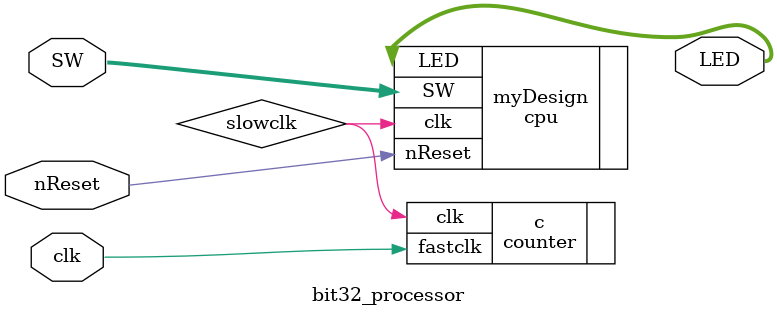
<source format=sv>

module bit32_processor(
  input logic clk,
  input logic [7:0] SW, // Switches SW0..SW7
  input logic nReset,
  output logic [9:0] LED); // LEDs
  logic slowclk;

  cpu myDesign (.clk(slowclk), .nReset(nReset),.SW(SW[7:0]),.LED(LED[9:0]));
  counter c (.fastclk(clk), .clk(slowclk));
endmodule  
</source>
